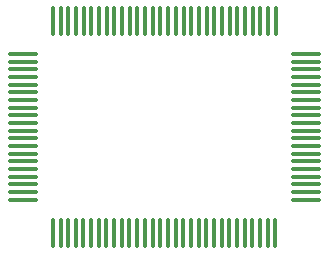
<source format=gtp>
G04 #@! TF.GenerationSoftware,KiCad,Pcbnew,(7.0.0)*
G04 #@! TF.CreationDate,2023-05-28T23:37:13+08:00*
G04 #@! TF.ProjectId,ISA8_Ethernet,49534138-5f45-4746-9865-726e65742e6b,1.1*
G04 #@! TF.SameCoordinates,Original*
G04 #@! TF.FileFunction,Paste,Top*
G04 #@! TF.FilePolarity,Positive*
%FSLAX46Y46*%
G04 Gerber Fmt 4.6, Leading zero omitted, Abs format (unit mm)*
G04 Created by KiCad (PCBNEW (7.0.0)) date 2023-05-28 23:37:13*
%MOMM*%
%LPD*%
G01*
G04 APERTURE LIST*
G04 Aperture macros list*
%AMRoundRect*
0 Rectangle with rounded corners*
0 $1 Rounding radius*
0 $2 $3 $4 $5 $6 $7 $8 $9 X,Y pos of 4 corners*
0 Add a 4 corners polygon primitive as box body*
4,1,4,$2,$3,$4,$5,$6,$7,$8,$9,$2,$3,0*
0 Add four circle primitives for the rounded corners*
1,1,$1+$1,$2,$3*
1,1,$1+$1,$4,$5*
1,1,$1+$1,$6,$7*
1,1,$1+$1,$8,$9*
0 Add four rect primitives between the rounded corners*
20,1,$1+$1,$2,$3,$4,$5,0*
20,1,$1+$1,$4,$5,$6,$7,0*
20,1,$1+$1,$6,$7,$8,$9,0*
20,1,$1+$1,$8,$9,$2,$3,0*%
G04 Aperture macros list end*
%ADD10RoundRect,0.100000X0.100000X-1.150000X0.100000X1.150000X-0.100000X1.150000X-0.100000X-1.150000X0*%
%ADD11RoundRect,0.100000X1.150000X0.100000X-1.150000X0.100000X-1.150000X-0.100000X1.150000X-0.100000X0*%
G04 APERTURE END LIST*
D10*
X150575000Y-109000000D03*
X151225000Y-109000000D03*
X151875000Y-109000000D03*
X152525000Y-109000000D03*
X153150000Y-109000000D03*
X153800000Y-109000000D03*
X154450000Y-109000000D03*
X155100000Y-109000000D03*
X155750000Y-109000000D03*
X156400000Y-109000000D03*
X157050000Y-109000000D03*
X157700000Y-109000000D03*
X158350000Y-109000000D03*
X159000000Y-109000000D03*
X159650000Y-109000000D03*
X160300000Y-109000000D03*
X160950000Y-109000000D03*
X161600000Y-109000000D03*
X162250000Y-109000000D03*
X162900000Y-109000000D03*
X163550000Y-109000000D03*
X164200000Y-109000000D03*
X164850000Y-109000000D03*
X165500000Y-109000000D03*
X166150000Y-109000000D03*
X166800000Y-109000000D03*
X167450000Y-109000000D03*
X168100000Y-109000000D03*
X168750000Y-109000000D03*
X169400000Y-109000000D03*
D11*
X172000000Y-106175000D03*
X172000000Y-105525000D03*
X172000000Y-104875000D03*
X172000000Y-104225000D03*
X172000000Y-103575000D03*
X172000000Y-102925000D03*
X172000000Y-102275000D03*
X172000000Y-101625000D03*
X172000000Y-100975000D03*
X172000000Y-100325000D03*
X172000000Y-99675000D03*
X172000000Y-99025000D03*
X172000000Y-98375000D03*
X172000000Y-97725000D03*
X172000000Y-97075000D03*
X172000000Y-96425000D03*
X172000000Y-95775000D03*
X172000000Y-95125000D03*
X172000000Y-94475000D03*
X172000000Y-93825000D03*
D10*
X169425000Y-91000000D03*
X168775000Y-91000000D03*
X168125000Y-91000000D03*
X167475000Y-91000000D03*
X166825000Y-91000000D03*
X166175000Y-91000000D03*
X165525000Y-91000000D03*
X164875000Y-91000000D03*
X164225000Y-91000000D03*
X163575000Y-91000000D03*
X162925000Y-91000000D03*
X162275000Y-91000000D03*
X161625000Y-91000000D03*
X160975000Y-91000000D03*
X160325000Y-91000000D03*
X159675000Y-91000000D03*
X159025000Y-91000000D03*
X158375000Y-91000000D03*
X157725000Y-91000000D03*
X157075000Y-91000000D03*
X156425000Y-91000000D03*
X155775000Y-91000000D03*
X155125000Y-91000000D03*
X154475000Y-91000000D03*
X153825000Y-91000000D03*
X153175000Y-91000000D03*
X152525000Y-91000000D03*
X151875000Y-91000000D03*
X151225000Y-91000000D03*
X150575000Y-91000000D03*
D11*
X148000000Y-93825000D03*
X148000000Y-94475000D03*
X148000000Y-95125000D03*
X148000000Y-95775000D03*
X148000000Y-96425000D03*
X148000000Y-97075000D03*
X148000000Y-97725000D03*
X148000000Y-98375000D03*
X148000000Y-99025000D03*
X148000000Y-99675000D03*
X148000000Y-100325000D03*
X148000000Y-100975000D03*
X148000000Y-101625000D03*
X148000000Y-102275000D03*
X148000000Y-102925000D03*
X148000000Y-103575000D03*
X148000000Y-104225000D03*
X148000000Y-104875000D03*
X148000000Y-105525000D03*
X148000000Y-106175000D03*
M02*

</source>
